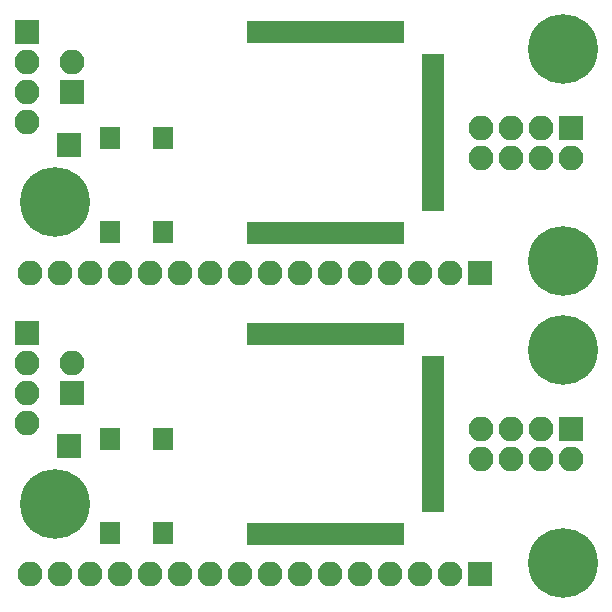
<source format=gbs>
G04 #@! TF.FileFunction,Soldermask,Bot*
%FSLAX46Y46*%
G04 Gerber Fmt 4.6, Leading zero omitted, Abs format (unit mm)*
G04 Created by KiCad (PCBNEW 4.0.7) date 07/17/18 15:17:27*
%MOMM*%
%LPD*%
G01*
G04 APERTURE LIST*
%ADD10C,0.100000*%
%ADD11R,2.100000X2.100000*%
%ADD12O,2.100000X2.100000*%
%ADD13R,1.700000X1.950000*%
%ADD14C,5.900000*%
%ADD15R,1.300000X1.900000*%
%ADD16R,1.900000X1.300000*%
G04 APERTURE END LIST*
D10*
D11*
X18161000Y-49630000D03*
X60706000Y-48233000D03*
D12*
X60706000Y-50773000D03*
X58166000Y-48233000D03*
X58166000Y-50773000D03*
X55626000Y-48233000D03*
X55626000Y-50773000D03*
X53086000Y-48233000D03*
X53086000Y-50773000D03*
D11*
X18415000Y-45185000D03*
D12*
X18415000Y-42645000D03*
D11*
X53000000Y-60500000D03*
D12*
X50460000Y-60500000D03*
X47920000Y-60500000D03*
X45380000Y-60500000D03*
X42840000Y-60500000D03*
X40300000Y-60500000D03*
X37760000Y-60500000D03*
X35220000Y-60500000D03*
X32680000Y-60500000D03*
X30140000Y-60500000D03*
X27600000Y-60500000D03*
X25060000Y-60500000D03*
X22520000Y-60500000D03*
X19980000Y-60500000D03*
X17440000Y-60500000D03*
X14900000Y-60500000D03*
D13*
X21626000Y-57039000D03*
X26126000Y-57039000D03*
X26126000Y-49079000D03*
X21626000Y-49079000D03*
D14*
X17000000Y-54500000D03*
X60000000Y-41500000D03*
X60000000Y-59500000D03*
D11*
X14605000Y-40105000D03*
D12*
X14605000Y-42645000D03*
X14605000Y-45185000D03*
X14605000Y-47725000D03*
D15*
X33808000Y-40114000D03*
X34908000Y-40114000D03*
X36008000Y-40114000D03*
X37108000Y-40114000D03*
X38208000Y-40114000D03*
X39308000Y-40114000D03*
X40408000Y-40114000D03*
X41508000Y-40114000D03*
X42608000Y-40114000D03*
X43708000Y-40114000D03*
X44808000Y-40114000D03*
X45908000Y-40114000D03*
D16*
X49008000Y-42564000D03*
X49008000Y-43664000D03*
X49008000Y-44764000D03*
X49008000Y-45864000D03*
X49008000Y-46964000D03*
X49008000Y-48064000D03*
X49008000Y-49164000D03*
X49008000Y-50264000D03*
X49008000Y-51364000D03*
X49008000Y-52464000D03*
X49008000Y-53564000D03*
X49008000Y-54664000D03*
D15*
X45908000Y-57114000D03*
X44808000Y-57114000D03*
X43708000Y-57114000D03*
X42608000Y-57114000D03*
X41508000Y-57114000D03*
X40408000Y-57114000D03*
X39308000Y-57114000D03*
X38208000Y-57114000D03*
X37108000Y-57114000D03*
X36008000Y-57114000D03*
X34908000Y-57114000D03*
X33808000Y-57114000D03*
X33808000Y-14614000D03*
X34908000Y-14614000D03*
X36008000Y-14614000D03*
X37108000Y-14614000D03*
X38208000Y-14614000D03*
X39308000Y-14614000D03*
X40408000Y-14614000D03*
X41508000Y-14614000D03*
X42608000Y-14614000D03*
X43708000Y-14614000D03*
X44808000Y-14614000D03*
X45908000Y-14614000D03*
D16*
X49008000Y-17064000D03*
X49008000Y-18164000D03*
X49008000Y-19264000D03*
X49008000Y-20364000D03*
X49008000Y-21464000D03*
X49008000Y-22564000D03*
X49008000Y-23664000D03*
X49008000Y-24764000D03*
X49008000Y-25864000D03*
X49008000Y-26964000D03*
X49008000Y-28064000D03*
X49008000Y-29164000D03*
D15*
X45908000Y-31614000D03*
X44808000Y-31614000D03*
X43708000Y-31614000D03*
X42608000Y-31614000D03*
X41508000Y-31614000D03*
X40408000Y-31614000D03*
X39308000Y-31614000D03*
X38208000Y-31614000D03*
X37108000Y-31614000D03*
X36008000Y-31614000D03*
X34908000Y-31614000D03*
X33808000Y-31614000D03*
D11*
X14605000Y-14605000D03*
D12*
X14605000Y-17145000D03*
X14605000Y-19685000D03*
X14605000Y-22225000D03*
D14*
X60000000Y-34000000D03*
X60000000Y-16000000D03*
X17000000Y-29000000D03*
D13*
X21626000Y-31539000D03*
X26126000Y-31539000D03*
X26126000Y-23579000D03*
X21626000Y-23579000D03*
D11*
X53000000Y-35000000D03*
D12*
X50460000Y-35000000D03*
X47920000Y-35000000D03*
X45380000Y-35000000D03*
X42840000Y-35000000D03*
X40300000Y-35000000D03*
X37760000Y-35000000D03*
X35220000Y-35000000D03*
X32680000Y-35000000D03*
X30140000Y-35000000D03*
X27600000Y-35000000D03*
X25060000Y-35000000D03*
X22520000Y-35000000D03*
X19980000Y-35000000D03*
X17440000Y-35000000D03*
X14900000Y-35000000D03*
D11*
X18415000Y-19685000D03*
D12*
X18415000Y-17145000D03*
D11*
X60706000Y-22733000D03*
D12*
X60706000Y-25273000D03*
X58166000Y-22733000D03*
X58166000Y-25273000D03*
X55626000Y-22733000D03*
X55626000Y-25273000D03*
X53086000Y-22733000D03*
X53086000Y-25273000D03*
D11*
X18161000Y-24130000D03*
M02*

</source>
